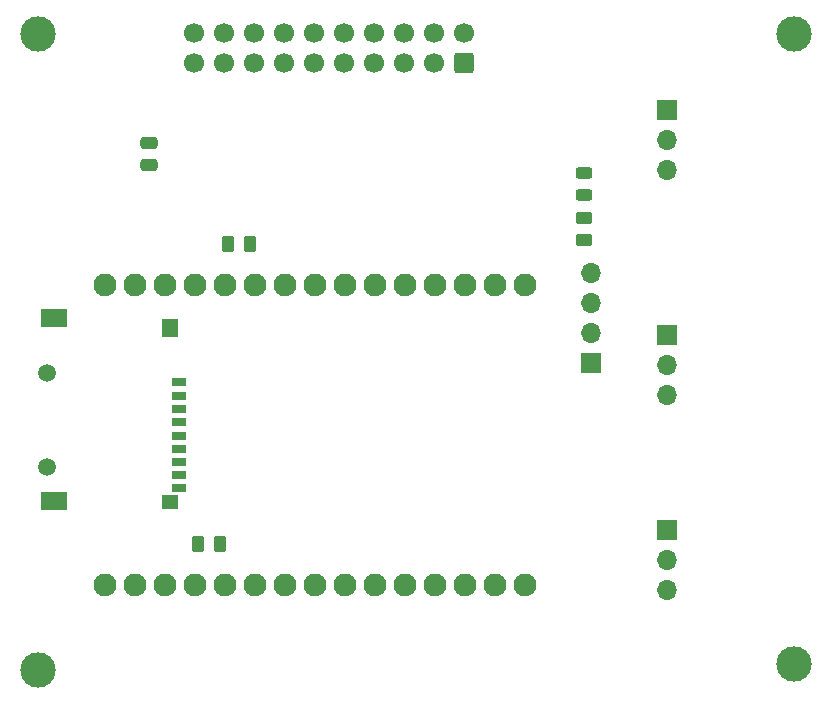
<source format=gbr>
%TF.GenerationSoftware,KiCad,Pcbnew,(6.0.1)*%
%TF.CreationDate,2022-05-14T12:38:18+08:00*%
%TF.ProjectId,SDISK2_ESP,53444953-4b32-45f4-9553-502e6b696361,rev?*%
%TF.SameCoordinates,Original*%
%TF.FileFunction,Soldermask,Bot*%
%TF.FilePolarity,Negative*%
%FSLAX46Y46*%
G04 Gerber Fmt 4.6, Leading zero omitted, Abs format (unit mm)*
G04 Created by KiCad (PCBNEW (6.0.1)) date 2022-05-14 12:38:18*
%MOMM*%
%LPD*%
G01*
G04 APERTURE LIST*
G04 Aperture macros list*
%AMRoundRect*
0 Rectangle with rounded corners*
0 $1 Rounding radius*
0 $2 $3 $4 $5 $6 $7 $8 $9 X,Y pos of 4 corners*
0 Add a 4 corners polygon primitive as box body*
4,1,4,$2,$3,$4,$5,$6,$7,$8,$9,$2,$3,0*
0 Add four circle primitives for the rounded corners*
1,1,$1+$1,$2,$3*
1,1,$1+$1,$4,$5*
1,1,$1+$1,$6,$7*
1,1,$1+$1,$8,$9*
0 Add four rect primitives between the rounded corners*
20,1,$1+$1,$2,$3,$4,$5,0*
20,1,$1+$1,$4,$5,$6,$7,0*
20,1,$1+$1,$6,$7,$8,$9,0*
20,1,$1+$1,$8,$9,$2,$3,0*%
G04 Aperture macros list end*
%ADD10C,3.000000*%
%ADD11C,1.930400*%
%ADD12RoundRect,0.250000X0.262500X0.450000X-0.262500X0.450000X-0.262500X-0.450000X0.262500X-0.450000X0*%
%ADD13R,1.700000X1.700000*%
%ADD14O,1.700000X1.700000*%
%ADD15RoundRect,0.243750X-0.456250X0.243750X-0.456250X-0.243750X0.456250X-0.243750X0.456250X0.243750X0*%
%ADD16RoundRect,0.250000X0.600000X-0.600000X0.600000X0.600000X-0.600000X0.600000X-0.600000X-0.600000X0*%
%ADD17C,1.700000*%
%ADD18RoundRect,0.250000X-0.262500X-0.450000X0.262500X-0.450000X0.262500X0.450000X-0.262500X0.450000X0*%
%ADD19RoundRect,0.250000X-0.475000X0.250000X-0.475000X-0.250000X0.475000X-0.250000X0.475000X0.250000X0*%
%ADD20RoundRect,0.250000X0.450000X-0.262500X0.450000X0.262500X-0.450000X0.262500X-0.450000X-0.262500X0*%
%ADD21R,2.200000X1.500000*%
%ADD22C,1.500000*%
%ADD23R,1.400000X1.200000*%
%ADD24R,1.400000X1.600000*%
%ADD25R,1.200000X0.700000*%
G04 APERTURE END LIST*
D10*
%TO.C,H4*%
X162560000Y-76200000D03*
%TD*%
%TO.C,H2*%
X98500000Y-130000000D03*
%TD*%
%TO.C,H1*%
X98500000Y-76200000D03*
%TD*%
D11*
%TO.C,BOARD1*%
X104255000Y-122875000D03*
X134735000Y-122875000D03*
X111875000Y-122875000D03*
X132195000Y-122875000D03*
X114415000Y-122875000D03*
X122035000Y-122875000D03*
X111875000Y-97475000D03*
X109335000Y-97475000D03*
X114415000Y-97475000D03*
X109335000Y-122875000D03*
X116955000Y-122875000D03*
X119495000Y-122875000D03*
X124575000Y-122875000D03*
X127115000Y-122875000D03*
X129655000Y-122875000D03*
X137275000Y-122875000D03*
X139815000Y-122875000D03*
X122035000Y-97475000D03*
X119495000Y-97475000D03*
X116955000Y-97475000D03*
X127115000Y-97475000D03*
X124575000Y-97475000D03*
X132195000Y-97475000D03*
X129655000Y-97475000D03*
X139815000Y-97475000D03*
X106795000Y-97475000D03*
X106795000Y-122875000D03*
X104255000Y-97475000D03*
X134735000Y-97475000D03*
X137275000Y-97475000D03*
%TD*%
D10*
%TO.C,H3*%
X162560000Y-129540000D03*
%TD*%
D12*
%TO.C,R2*%
X113942500Y-119380000D03*
X112117500Y-119380000D03*
%TD*%
D13*
%TO.C,U3*%
X151775984Y-101695000D03*
D14*
X151775984Y-104235000D03*
X151775984Y-106775000D03*
%TD*%
D15*
%TO.C,D1*%
X144780000Y-87962500D03*
X144780000Y-89837500D03*
%TD*%
D16*
%TO.C,J1*%
X134620000Y-78625000D03*
D17*
X134620000Y-76085000D03*
X132080000Y-78625000D03*
X132080000Y-76085000D03*
X129540000Y-78625000D03*
X129540000Y-76085000D03*
X127000000Y-78625000D03*
X127000000Y-76085000D03*
X124460000Y-78625000D03*
X124460000Y-76085000D03*
X121920000Y-78625000D03*
X121920000Y-76085000D03*
X119380000Y-78625000D03*
X119380000Y-76085000D03*
X116840000Y-78625000D03*
X116840000Y-76085000D03*
X114300000Y-78625000D03*
X114300000Y-76085000D03*
X111760000Y-78625000D03*
X111760000Y-76085000D03*
%TD*%
D18*
%TO.C,R3*%
X114657500Y-93980000D03*
X116482500Y-93980000D03*
%TD*%
D19*
%TO.C,C1*%
X107950000Y-85410000D03*
X107950000Y-87310000D03*
%TD*%
D13*
%TO.C,OLED*%
X145365591Y-104045000D03*
D14*
X145365591Y-101505000D03*
X145365591Y-98965000D03*
X145365591Y-96425000D03*
%TD*%
D13*
%TO.C,U1*%
X151775984Y-82645000D03*
D14*
X151775984Y-85185000D03*
X151775984Y-87725000D03*
%TD*%
D20*
%TO.C,R1*%
X144780000Y-93622500D03*
X144780000Y-91797500D03*
%TD*%
D21*
%TO.C,J2*%
X99930000Y-100200000D03*
X99930000Y-115700000D03*
D22*
X99330000Y-104900000D03*
X99330000Y-112880000D03*
D23*
X109730000Y-115850000D03*
D24*
X109730000Y-101100000D03*
D25*
X110490000Y-105700000D03*
X110490000Y-106850000D03*
X110490000Y-107950000D03*
X110490000Y-109050000D03*
X110490000Y-110200000D03*
X110490000Y-111300000D03*
X110490000Y-112400000D03*
X110490000Y-113500000D03*
X110490000Y-114600000D03*
%TD*%
D13*
%TO.C,U4*%
X151775984Y-118205000D03*
D14*
X151775984Y-120745000D03*
X151775984Y-123285000D03*
%TD*%
M02*

</source>
